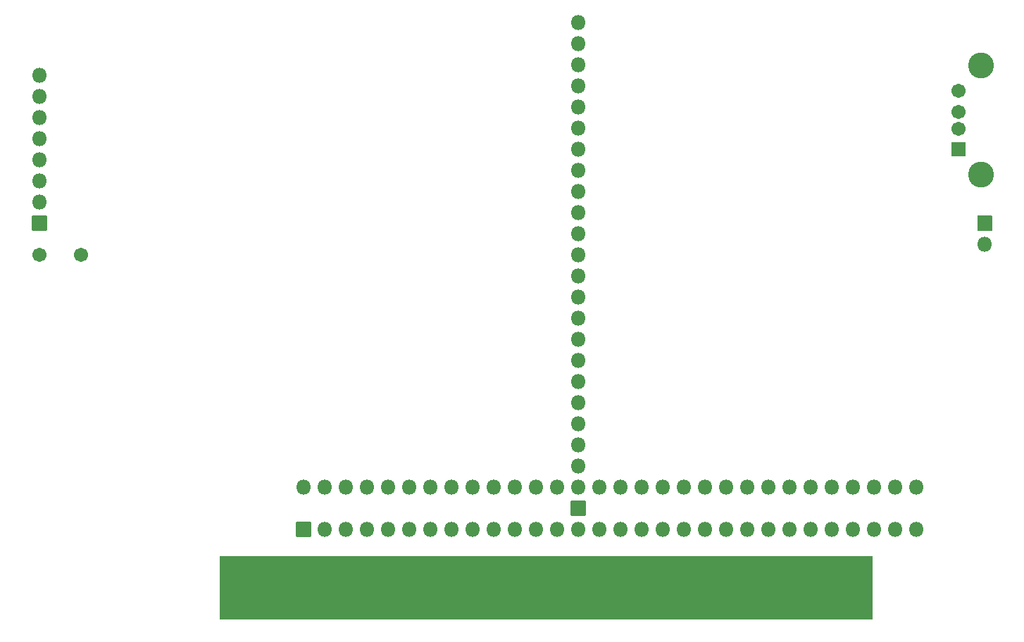
<source format=gbr>
G04 #@! TF.GenerationSoftware,KiCad,Pcbnew,(5.1.9-0-10_14)*
G04 #@! TF.CreationDate,2021-05-16T20:01:38-04:00*
G04 #@! TF.ProjectId,rw-piggyback,72772d70-6967-4677-9962-61636b2e6b69,rev?*
G04 #@! TF.SameCoordinates,Original*
G04 #@! TF.FileFunction,Soldermask,Bot*
G04 #@! TF.FilePolarity,Negative*
%FSLAX46Y46*%
G04 Gerber Fmt 4.6, Leading zero omitted, Abs format (unit mm)*
G04 Created by KiCad (PCBNEW (5.1.9-0-10_14)) date 2021-05-16 20:01:38*
%MOMM*%
%LPD*%
G01*
G04 APERTURE LIST*
%ADD10C,0.100000*%
%ADD11C,1.702000*%
%ADD12C,3.102000*%
%ADD13O,1.802000X1.802000*%
G04 APERTURE END LIST*
D10*
G36*
X106172000Y-130175000D02*
G01*
X106172000Y-137795000D01*
X184658000Y-137795000D01*
X184658000Y-130175000D01*
X106172000Y-130175000D01*
G37*
G36*
X106172000Y-130175000D02*
G01*
X106172000Y-137795000D01*
X184658000Y-137795000D01*
X184658000Y-130175000D01*
X106172000Y-130175000D01*
G37*
D11*
X194945000Y-74280000D03*
X194945000Y-76780000D03*
X194945000Y-78780000D03*
G36*
G01*
X195745000Y-82131000D02*
X194145000Y-82131000D01*
G75*
G02*
X194094000Y-82080000I0J51000D01*
G01*
X194094000Y-80480000D01*
G75*
G02*
X194145000Y-80429000I51000J0D01*
G01*
X195745000Y-80429000D01*
G75*
G02*
X195796000Y-80480000I0J-51000D01*
G01*
X195796000Y-82080000D01*
G75*
G02*
X195745000Y-82131000I-51000J0D01*
G01*
G37*
D12*
X197655000Y-84350000D03*
X197655000Y-71210000D03*
D13*
X179705000Y-121920000D03*
X182245000Y-127000000D03*
X179705000Y-127000000D03*
X184785000Y-121920000D03*
X187325000Y-127000000D03*
X187325000Y-121920000D03*
X189865000Y-127000000D03*
X189865000Y-121920000D03*
X182245000Y-121920000D03*
X184785000Y-127000000D03*
X177165000Y-121920000D03*
X177165000Y-127000000D03*
X174625000Y-121920000D03*
X174625000Y-127000000D03*
X172085000Y-121920000D03*
X172085000Y-127000000D03*
X169545000Y-121920000D03*
X169545000Y-127000000D03*
X167005000Y-121920000D03*
X167005000Y-127000000D03*
X164465000Y-121920000D03*
X164465000Y-127000000D03*
X161925000Y-121920000D03*
X161925000Y-127000000D03*
X159385000Y-121920000D03*
X159385000Y-127000000D03*
X156845000Y-121920000D03*
X156845000Y-127000000D03*
X154305000Y-127000000D03*
X151765000Y-121920000D03*
X151765000Y-127000000D03*
X154305000Y-121920000D03*
X149225000Y-127000000D03*
X146685000Y-121920000D03*
X146685000Y-127000000D03*
X144145000Y-121920000D03*
X144145000Y-127000000D03*
X141605000Y-121920000D03*
X141605000Y-127000000D03*
X139065000Y-121920000D03*
X139065000Y-127000000D03*
X136525000Y-121920000D03*
X136525000Y-127000000D03*
X133985000Y-121920000D03*
X133985000Y-127000000D03*
X131445000Y-121920000D03*
X131445000Y-127000000D03*
X128905000Y-121920000D03*
X128905000Y-127000000D03*
X126365000Y-121920000D03*
X126365000Y-127000000D03*
X123825000Y-121920000D03*
X123825000Y-127000000D03*
X121285000Y-121920000D03*
X121285000Y-127000000D03*
X118745000Y-121920000D03*
X118745000Y-127000000D03*
X116205000Y-121920000D03*
G36*
G01*
X117055000Y-127901000D02*
X115355000Y-127901000D01*
G75*
G02*
X115304000Y-127850000I0J51000D01*
G01*
X115304000Y-126150000D01*
G75*
G02*
X115355000Y-126099000I51000J0D01*
G01*
X117055000Y-126099000D01*
G75*
G02*
X117106000Y-126150000I0J-51000D01*
G01*
X117106000Y-127850000D01*
G75*
G02*
X117055000Y-127901000I-51000J0D01*
G01*
G37*
G36*
G01*
X170688000Y-137160000D02*
X170688000Y-130810000D01*
G75*
G02*
X171323000Y-130175000I635000J0D01*
G01*
X172847000Y-130175000D01*
G75*
G02*
X173482000Y-130810000I0J-635000D01*
G01*
X173482000Y-137160000D01*
G75*
G02*
X172847000Y-137795000I-635000J0D01*
G01*
X171323000Y-137795000D01*
G75*
G02*
X170688000Y-137160000I0J635000D01*
G01*
G37*
G36*
G01*
X173228000Y-137160000D02*
X173228000Y-130810000D01*
G75*
G02*
X173863000Y-130175000I635000J0D01*
G01*
X175387000Y-130175000D01*
G75*
G02*
X176022000Y-130810000I0J-635000D01*
G01*
X176022000Y-137160000D01*
G75*
G02*
X175387000Y-137795000I-635000J0D01*
G01*
X173863000Y-137795000D01*
G75*
G02*
X173228000Y-137160000I0J635000D01*
G01*
G37*
G36*
G01*
X175768000Y-137160000D02*
X175768000Y-130810000D01*
G75*
G02*
X176403000Y-130175000I635000J0D01*
G01*
X177927000Y-130175000D01*
G75*
G02*
X178562000Y-130810000I0J-635000D01*
G01*
X178562000Y-137160000D01*
G75*
G02*
X177927000Y-137795000I-635000J0D01*
G01*
X176403000Y-137795000D01*
G75*
G02*
X175768000Y-137160000I0J635000D01*
G01*
G37*
G36*
G01*
X178308000Y-137160000D02*
X178308000Y-130810000D01*
G75*
G02*
X178943000Y-130175000I635000J0D01*
G01*
X180467000Y-130175000D01*
G75*
G02*
X181102000Y-130810000I0J-635000D01*
G01*
X181102000Y-137160000D01*
G75*
G02*
X180467000Y-137795000I-635000J0D01*
G01*
X178943000Y-137795000D01*
G75*
G02*
X178308000Y-137160000I0J635000D01*
G01*
G37*
G36*
G01*
X180848000Y-137160000D02*
X180848000Y-130810000D01*
G75*
G02*
X181483000Y-130175000I635000J0D01*
G01*
X183007000Y-130175000D01*
G75*
G02*
X183642000Y-130810000I0J-635000D01*
G01*
X183642000Y-137160000D01*
G75*
G02*
X183007000Y-137795000I-635000J0D01*
G01*
X181483000Y-137795000D01*
G75*
G02*
X180848000Y-137160000I0J635000D01*
G01*
G37*
G36*
G01*
X168148000Y-137160000D02*
X168148000Y-130810000D01*
G75*
G02*
X168783000Y-130175000I635000J0D01*
G01*
X170307000Y-130175000D01*
G75*
G02*
X170942000Y-130810000I0J-635000D01*
G01*
X170942000Y-137160000D01*
G75*
G02*
X170307000Y-137795000I-635000J0D01*
G01*
X168783000Y-137795000D01*
G75*
G02*
X168148000Y-137160000I0J635000D01*
G01*
G37*
G36*
G01*
X165608000Y-137160000D02*
X165608000Y-130810000D01*
G75*
G02*
X166243000Y-130175000I635000J0D01*
G01*
X167767000Y-130175000D01*
G75*
G02*
X168402000Y-130810000I0J-635000D01*
G01*
X168402000Y-137160000D01*
G75*
G02*
X167767000Y-137795000I-635000J0D01*
G01*
X166243000Y-137795000D01*
G75*
G02*
X165608000Y-137160000I0J635000D01*
G01*
G37*
G36*
G01*
X163068000Y-137160000D02*
X163068000Y-130810000D01*
G75*
G02*
X163703000Y-130175000I635000J0D01*
G01*
X165227000Y-130175000D01*
G75*
G02*
X165862000Y-130810000I0J-635000D01*
G01*
X165862000Y-137160000D01*
G75*
G02*
X165227000Y-137795000I-635000J0D01*
G01*
X163703000Y-137795000D01*
G75*
G02*
X163068000Y-137160000I0J635000D01*
G01*
G37*
G36*
G01*
X160528000Y-137160000D02*
X160528000Y-130810000D01*
G75*
G02*
X161163000Y-130175000I635000J0D01*
G01*
X162687000Y-130175000D01*
G75*
G02*
X163322000Y-130810000I0J-635000D01*
G01*
X163322000Y-137160000D01*
G75*
G02*
X162687000Y-137795000I-635000J0D01*
G01*
X161163000Y-137795000D01*
G75*
G02*
X160528000Y-137160000I0J635000D01*
G01*
G37*
G36*
G01*
X157988000Y-137160000D02*
X157988000Y-130810000D01*
G75*
G02*
X158623000Y-130175000I635000J0D01*
G01*
X160147000Y-130175000D01*
G75*
G02*
X160782000Y-130810000I0J-635000D01*
G01*
X160782000Y-137160000D01*
G75*
G02*
X160147000Y-137795000I-635000J0D01*
G01*
X158623000Y-137795000D01*
G75*
G02*
X157988000Y-137160000I0J635000D01*
G01*
G37*
G36*
G01*
X155448000Y-137160000D02*
X155448000Y-130810000D01*
G75*
G02*
X156083000Y-130175000I635000J0D01*
G01*
X157607000Y-130175000D01*
G75*
G02*
X158242000Y-130810000I0J-635000D01*
G01*
X158242000Y-137160000D01*
G75*
G02*
X157607000Y-137795000I-635000J0D01*
G01*
X156083000Y-137795000D01*
G75*
G02*
X155448000Y-137160000I0J635000D01*
G01*
G37*
G36*
G01*
X152908000Y-137160000D02*
X152908000Y-130810000D01*
G75*
G02*
X153543000Y-130175000I635000J0D01*
G01*
X155067000Y-130175000D01*
G75*
G02*
X155702000Y-130810000I0J-635000D01*
G01*
X155702000Y-137160000D01*
G75*
G02*
X155067000Y-137795000I-635000J0D01*
G01*
X153543000Y-137795000D01*
G75*
G02*
X152908000Y-137160000I0J635000D01*
G01*
G37*
G36*
G01*
X150368000Y-137160000D02*
X150368000Y-130810000D01*
G75*
G02*
X151003000Y-130175000I635000J0D01*
G01*
X152527000Y-130175000D01*
G75*
G02*
X153162000Y-130810000I0J-635000D01*
G01*
X153162000Y-137160000D01*
G75*
G02*
X152527000Y-137795000I-635000J0D01*
G01*
X151003000Y-137795000D01*
G75*
G02*
X150368000Y-137160000I0J635000D01*
G01*
G37*
G36*
G01*
X147828000Y-137160000D02*
X147828000Y-130810000D01*
G75*
G02*
X148463000Y-130175000I635000J0D01*
G01*
X149987000Y-130175000D01*
G75*
G02*
X150622000Y-130810000I0J-635000D01*
G01*
X150622000Y-137160000D01*
G75*
G02*
X149987000Y-137795000I-635000J0D01*
G01*
X148463000Y-137795000D01*
G75*
G02*
X147828000Y-137160000I0J635000D01*
G01*
G37*
G36*
G01*
X145288000Y-137160000D02*
X145288000Y-130810000D01*
G75*
G02*
X145923000Y-130175000I635000J0D01*
G01*
X147447000Y-130175000D01*
G75*
G02*
X148082000Y-130810000I0J-635000D01*
G01*
X148082000Y-137160000D01*
G75*
G02*
X147447000Y-137795000I-635000J0D01*
G01*
X145923000Y-137795000D01*
G75*
G02*
X145288000Y-137160000I0J635000D01*
G01*
G37*
G36*
G01*
X142748000Y-137160000D02*
X142748000Y-130810000D01*
G75*
G02*
X143383000Y-130175000I635000J0D01*
G01*
X144907000Y-130175000D01*
G75*
G02*
X145542000Y-130810000I0J-635000D01*
G01*
X145542000Y-137160000D01*
G75*
G02*
X144907000Y-137795000I-635000J0D01*
G01*
X143383000Y-137795000D01*
G75*
G02*
X142748000Y-137160000I0J635000D01*
G01*
G37*
G36*
G01*
X140208000Y-137160000D02*
X140208000Y-130810000D01*
G75*
G02*
X140843000Y-130175000I635000J0D01*
G01*
X142367000Y-130175000D01*
G75*
G02*
X143002000Y-130810000I0J-635000D01*
G01*
X143002000Y-137160000D01*
G75*
G02*
X142367000Y-137795000I-635000J0D01*
G01*
X140843000Y-137795000D01*
G75*
G02*
X140208000Y-137160000I0J635000D01*
G01*
G37*
G36*
G01*
X137668000Y-137160000D02*
X137668000Y-130810000D01*
G75*
G02*
X138303000Y-130175000I635000J0D01*
G01*
X139827000Y-130175000D01*
G75*
G02*
X140462000Y-130810000I0J-635000D01*
G01*
X140462000Y-137160000D01*
G75*
G02*
X139827000Y-137795000I-635000J0D01*
G01*
X138303000Y-137795000D01*
G75*
G02*
X137668000Y-137160000I0J635000D01*
G01*
G37*
G36*
G01*
X135128000Y-137160000D02*
X135128000Y-130810000D01*
G75*
G02*
X135763000Y-130175000I635000J0D01*
G01*
X137287000Y-130175000D01*
G75*
G02*
X137922000Y-130810000I0J-635000D01*
G01*
X137922000Y-137160000D01*
G75*
G02*
X137287000Y-137795000I-635000J0D01*
G01*
X135763000Y-137795000D01*
G75*
G02*
X135128000Y-137160000I0J635000D01*
G01*
G37*
G36*
G01*
X132588000Y-137160000D02*
X132588000Y-130810000D01*
G75*
G02*
X133223000Y-130175000I635000J0D01*
G01*
X134747000Y-130175000D01*
G75*
G02*
X135382000Y-130810000I0J-635000D01*
G01*
X135382000Y-137160000D01*
G75*
G02*
X134747000Y-137795000I-635000J0D01*
G01*
X133223000Y-137795000D01*
G75*
G02*
X132588000Y-137160000I0J635000D01*
G01*
G37*
G36*
G01*
X130048000Y-137160000D02*
X130048000Y-130810000D01*
G75*
G02*
X130683000Y-130175000I635000J0D01*
G01*
X132207000Y-130175000D01*
G75*
G02*
X132842000Y-130810000I0J-635000D01*
G01*
X132842000Y-137160000D01*
G75*
G02*
X132207000Y-137795000I-635000J0D01*
G01*
X130683000Y-137795000D01*
G75*
G02*
X130048000Y-137160000I0J635000D01*
G01*
G37*
G36*
G01*
X127508000Y-137160000D02*
X127508000Y-130810000D01*
G75*
G02*
X128143000Y-130175000I635000J0D01*
G01*
X129667000Y-130175000D01*
G75*
G02*
X130302000Y-130810000I0J-635000D01*
G01*
X130302000Y-137160000D01*
G75*
G02*
X129667000Y-137795000I-635000J0D01*
G01*
X128143000Y-137795000D01*
G75*
G02*
X127508000Y-137160000I0J635000D01*
G01*
G37*
G36*
G01*
X124968000Y-137160000D02*
X124968000Y-130810000D01*
G75*
G02*
X125603000Y-130175000I635000J0D01*
G01*
X127127000Y-130175000D01*
G75*
G02*
X127762000Y-130810000I0J-635000D01*
G01*
X127762000Y-137160000D01*
G75*
G02*
X127127000Y-137795000I-635000J0D01*
G01*
X125603000Y-137795000D01*
G75*
G02*
X124968000Y-137160000I0J635000D01*
G01*
G37*
G36*
G01*
X122428000Y-137160000D02*
X122428000Y-130810000D01*
G75*
G02*
X123063000Y-130175000I635000J0D01*
G01*
X124587000Y-130175000D01*
G75*
G02*
X125222000Y-130810000I0J-635000D01*
G01*
X125222000Y-137160000D01*
G75*
G02*
X124587000Y-137795000I-635000J0D01*
G01*
X123063000Y-137795000D01*
G75*
G02*
X122428000Y-137160000I0J635000D01*
G01*
G37*
G36*
G01*
X119888000Y-137160000D02*
X119888000Y-130810000D01*
G75*
G02*
X120523000Y-130175000I635000J0D01*
G01*
X122047000Y-130175000D01*
G75*
G02*
X122682000Y-130810000I0J-635000D01*
G01*
X122682000Y-137160000D01*
G75*
G02*
X122047000Y-137795000I-635000J0D01*
G01*
X120523000Y-137795000D01*
G75*
G02*
X119888000Y-137160000I0J635000D01*
G01*
G37*
G36*
G01*
X117348000Y-137160000D02*
X117348000Y-130810000D01*
G75*
G02*
X117983000Y-130175000I635000J0D01*
G01*
X119507000Y-130175000D01*
G75*
G02*
X120142000Y-130810000I0J-635000D01*
G01*
X120142000Y-137160000D01*
G75*
G02*
X119507000Y-137795000I-635000J0D01*
G01*
X117983000Y-137795000D01*
G75*
G02*
X117348000Y-137160000I0J635000D01*
G01*
G37*
G36*
G01*
X114808000Y-137160000D02*
X114808000Y-130810000D01*
G75*
G02*
X115443000Y-130175000I635000J0D01*
G01*
X116967000Y-130175000D01*
G75*
G02*
X117602000Y-130810000I0J-635000D01*
G01*
X117602000Y-137160000D01*
G75*
G02*
X116967000Y-137795000I-635000J0D01*
G01*
X115443000Y-137795000D01*
G75*
G02*
X114808000Y-137160000I0J635000D01*
G01*
G37*
G36*
G01*
X112268000Y-137160000D02*
X112268000Y-130810000D01*
G75*
G02*
X112903000Y-130175000I635000J0D01*
G01*
X114427000Y-130175000D01*
G75*
G02*
X115062000Y-130810000I0J-635000D01*
G01*
X115062000Y-137160000D01*
G75*
G02*
X114427000Y-137795000I-635000J0D01*
G01*
X112903000Y-137795000D01*
G75*
G02*
X112268000Y-137160000I0J635000D01*
G01*
G37*
G36*
G01*
X109728000Y-137160000D02*
X109728000Y-130810000D01*
G75*
G02*
X110363000Y-130175000I635000J0D01*
G01*
X111887000Y-130175000D01*
G75*
G02*
X112522000Y-130810000I0J-635000D01*
G01*
X112522000Y-137160000D01*
G75*
G02*
X111887000Y-137795000I-635000J0D01*
G01*
X110363000Y-137795000D01*
G75*
G02*
X109728000Y-137160000I0J635000D01*
G01*
G37*
G36*
G01*
X107188000Y-137160000D02*
X107188000Y-130810000D01*
G75*
G02*
X107823000Y-130175000I635000J0D01*
G01*
X109347000Y-130175000D01*
G75*
G02*
X109982000Y-130810000I0J-635000D01*
G01*
X109982000Y-137160000D01*
G75*
G02*
X109347000Y-137795000I-635000J0D01*
G01*
X107823000Y-137795000D01*
G75*
G02*
X107188000Y-137160000I0J635000D01*
G01*
G37*
X198120000Y-92710000D03*
G36*
G01*
X197219000Y-91020000D02*
X197219000Y-89320000D01*
G75*
G02*
X197270000Y-89269000I51000J0D01*
G01*
X198970000Y-89269000D01*
G75*
G02*
X199021000Y-89320000I0J-51000D01*
G01*
X199021000Y-91020000D01*
G75*
G02*
X198970000Y-91071000I-51000J0D01*
G01*
X197270000Y-91071000D01*
G75*
G02*
X197219000Y-91020000I0J51000D01*
G01*
G37*
D11*
X84455000Y-93980000D03*
X89455000Y-93980000D03*
D13*
X149225000Y-66040000D03*
X149225000Y-68580000D03*
X149225000Y-71120000D03*
X149225000Y-73660000D03*
X149225000Y-76200000D03*
X149225000Y-78740000D03*
X149225000Y-81280000D03*
X149225000Y-83820000D03*
X149225000Y-86360000D03*
X149225000Y-88900000D03*
X149225000Y-91440000D03*
X149225000Y-93980000D03*
X149225000Y-96520000D03*
X149225000Y-99060000D03*
X149225000Y-101600000D03*
X149225000Y-104140000D03*
X149225000Y-106680000D03*
X149225000Y-109220000D03*
X149225000Y-111760000D03*
X149225000Y-114300000D03*
X149225000Y-116840000D03*
X149225000Y-119380000D03*
X149225000Y-121920000D03*
G36*
G01*
X148324000Y-125310000D02*
X148324000Y-123610000D01*
G75*
G02*
X148375000Y-123559000I51000J0D01*
G01*
X150075000Y-123559000D01*
G75*
G02*
X150126000Y-123610000I0J-51000D01*
G01*
X150126000Y-125310000D01*
G75*
G02*
X150075000Y-125361000I-51000J0D01*
G01*
X148375000Y-125361000D01*
G75*
G02*
X148324000Y-125310000I0J51000D01*
G01*
G37*
X84455000Y-72390000D03*
X84455000Y-74930000D03*
X84455000Y-77470000D03*
X84455000Y-80010000D03*
X84455000Y-82550000D03*
X84455000Y-85090000D03*
X84455000Y-87630000D03*
G36*
G01*
X83554000Y-91020000D02*
X83554000Y-89320000D01*
G75*
G02*
X83605000Y-89269000I51000J0D01*
G01*
X85305000Y-89269000D01*
G75*
G02*
X85356000Y-89320000I0J-51000D01*
G01*
X85356000Y-91020000D01*
G75*
G02*
X85305000Y-91071000I-51000J0D01*
G01*
X83605000Y-91071000D01*
G75*
G02*
X83554000Y-91020000I0J51000D01*
G01*
G37*
M02*

</source>
